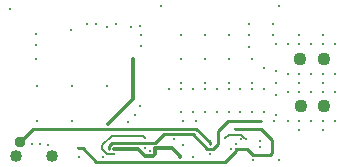
<source format=gbr>
G04 EAGLE Gerber RS-274X export*
G75*
%MOMM*%
%FSLAX34Y34*%
%LPD*%
%INCopper Layer 15*%
%IPPOS*%
%AMOC8*
5,1,8,0,0,1.08239X$1,22.5*%
G01*
%ADD10C,1.108000*%
%ADD11C,0.958000*%
%ADD12C,1.016000*%
%ADD13C,0.302400*%
%ADD14C,0.152400*%
%ADD15C,0.254000*%
%ADD16C,0.304800*%


D10*
X251000Y50000D03*
X271000Y50000D03*
D11*
X13500Y20000D03*
D10*
X270500Y90000D03*
X250500Y90000D03*
D12*
X10000Y8000D03*
X40500Y8000D03*
D13*
X196500Y18000D03*
X63500Y7000D03*
X250000Y70000D03*
X270000Y70000D03*
X230000Y70000D03*
X210000Y70000D03*
X190000Y70000D03*
X170000Y70000D03*
X150000Y70000D03*
X150000Y90000D03*
X170000Y90000D03*
X190000Y90000D03*
X210000Y90000D03*
X190000Y110000D03*
X170000Y110000D03*
X150000Y110000D03*
X270000Y110000D03*
X250000Y110000D03*
X227500Y110000D03*
X270000Y30000D03*
X250000Y30000D03*
X170000Y65000D03*
X160000Y65000D03*
X150000Y65000D03*
X180000Y65000D03*
X190000Y65000D03*
X200000Y65000D03*
X210000Y65000D03*
X220000Y65000D03*
X230000Y60000D03*
X160000Y45000D03*
X170000Y45000D03*
X180000Y45000D03*
X190000Y45000D03*
X200000Y45000D03*
X210000Y45000D03*
X150000Y45000D03*
X140000Y65000D03*
X240000Y62500D03*
X250000Y62500D03*
X260000Y62500D03*
X270000Y62500D03*
X270000Y37500D03*
X260000Y37500D03*
X250000Y37500D03*
X240000Y37500D03*
X270000Y77500D03*
X260000Y77500D03*
X250000Y77500D03*
X240000Y77500D03*
X260000Y102500D03*
X270000Y102500D03*
X250000Y102500D03*
X240000Y102500D03*
X207500Y110000D03*
X207500Y100000D03*
X220000Y82500D03*
X230000Y80000D03*
X230000Y102500D03*
X227500Y120000D03*
X207500Y120000D03*
X132500Y135000D03*
X232500Y5000D03*
X232500Y135000D03*
X211000Y5000D03*
X160000Y7500D03*
X27500Y67500D03*
X27500Y37500D03*
X57500Y37500D03*
X57500Y67500D03*
X87500Y67500D03*
X87500Y117500D03*
X107500Y117500D03*
X37500Y17500D03*
X115000Y50000D03*
X83500Y7000D03*
X220000Y45000D03*
X230000Y42500D03*
X280000Y62500D03*
X280000Y37500D03*
X280000Y77500D03*
X280000Y102500D03*
X5000Y132500D03*
X115000Y118000D03*
X216500Y20500D03*
X200500Y22000D03*
X119250Y14500D03*
X144000Y22650D03*
X115500Y110000D03*
X216500Y15500D03*
X204500Y22000D03*
X123500Y12000D03*
X151650Y17500D03*
D14*
X187286Y23140D02*
X190182Y26036D01*
D13*
X187286Y23140D03*
D14*
X203536Y22964D02*
X204500Y22000D01*
X203536Y22964D02*
X203536Y23258D01*
X200758Y26036D01*
X190182Y26036D01*
D13*
X111000Y43000D03*
X151400Y37500D03*
X162500Y37500D03*
X105000Y37000D03*
X78000Y120000D03*
X27000Y101548D03*
X70000Y120000D03*
X27000Y111000D03*
X226500Y10500D03*
X196500Y14000D03*
X195600Y30900D03*
X62176Y14750D03*
D15*
X66750Y14750D01*
X196044Y13544D02*
X196044Y12532D01*
X196044Y13544D02*
X196500Y14000D01*
X196044Y12532D02*
X186806Y3294D01*
X78206Y3294D02*
X66750Y14750D01*
X78206Y3294D02*
X186806Y3294D01*
X196500Y14000D02*
X206000Y14000D01*
X211000Y9000D01*
X225000Y9000D01*
X226500Y10500D01*
X226500Y21500D01*
X217100Y30900D01*
X195600Y30900D01*
D13*
X93000Y14000D03*
X127750Y14500D03*
X149000Y7350D03*
D16*
X109000Y56000D02*
X87851Y34851D01*
D13*
X109000Y90000D03*
D16*
X109000Y56000D01*
D13*
X87851Y34851D03*
D16*
X119000Y8000D02*
X126000Y8000D01*
X127750Y9750D01*
X127750Y14500D01*
X142500Y14500D01*
X149000Y8000D02*
X149000Y7350D01*
X149000Y8000D02*
X142500Y14500D01*
X113012Y13988D02*
X93012Y13988D01*
X113012Y13988D02*
X119000Y8000D01*
D13*
X27000Y90000D03*
X56500Y115000D03*
X24000Y18000D03*
X115500Y101500D03*
X30000Y18000D03*
X93000Y10000D03*
D14*
X87000Y10000D01*
X83000Y14000D01*
X83000Y17000D01*
X117500Y25000D02*
X119000Y23500D01*
D13*
X119000Y23500D03*
D14*
X91000Y25000D02*
X83000Y17000D01*
X91000Y25000D02*
X117500Y25000D01*
D13*
X217600Y37500D03*
X89000Y14000D03*
D15*
X88956Y14044D01*
X88956Y16368D01*
X91588Y19000D01*
X135194Y26194D02*
X159806Y26194D01*
X172000Y14000D01*
X177000Y14000D01*
X181000Y18000D01*
X181000Y29000D01*
X128000Y19000D02*
X91588Y19000D01*
X128000Y19000D02*
X135194Y26194D01*
X181000Y29000D02*
X189500Y37500D01*
X217600Y37500D01*
D13*
X95000Y120000D03*
X228700Y37500D03*
X174000Y18000D03*
D15*
X24100Y30600D02*
X13500Y20000D01*
X162900Y30600D02*
X174000Y19500D01*
X174000Y18000D01*
X162900Y30600D02*
X24100Y30600D01*
D13*
X192500Y14000D03*
X174000Y10000D03*
M02*

</source>
